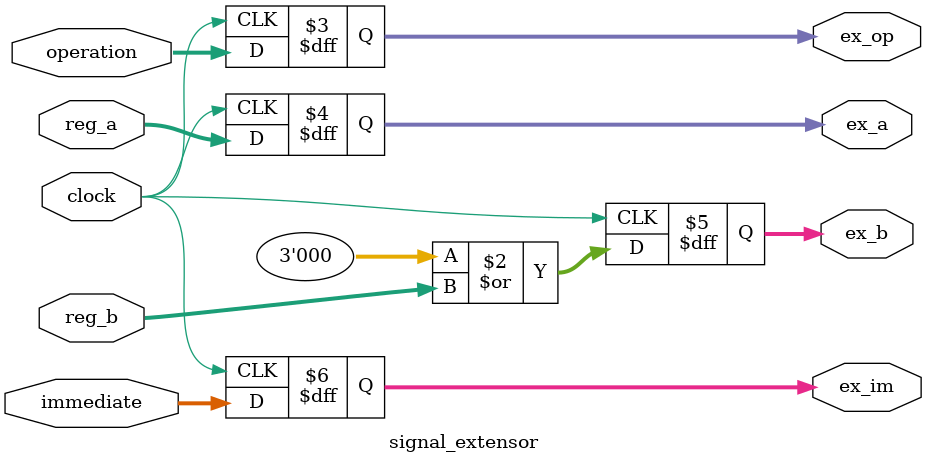
<source format=v>


/* 
			****************************
			*  8bits nRisc processor   *
			*         Pipeline         *
			*          Signal          *
			*         Extensor         *
			*                          *
			*    github.com/t4rcisio   *
			****************************
*/





module signal_extensor(clock, operation, reg_a, reg_b, immediate, ex_op, ex_a, ex_b, ex_im);

input clock;
input [2:0] operation;
input [2:0] reg_a;
input [1:0] reg_b;
input [7:0] immediate;

output reg [2:0]ex_op;
output reg [2:0]ex_a;
output reg [2:0]ex_b;
output reg [7:0]ex_im;


always @(negedge clock) begin
	
		ex_op = operation;
		ex_a  = reg_a;
		ex_b  = 3'b000 | reg_b;
		ex_im = immediate;
	
end




endmodule
</source>
